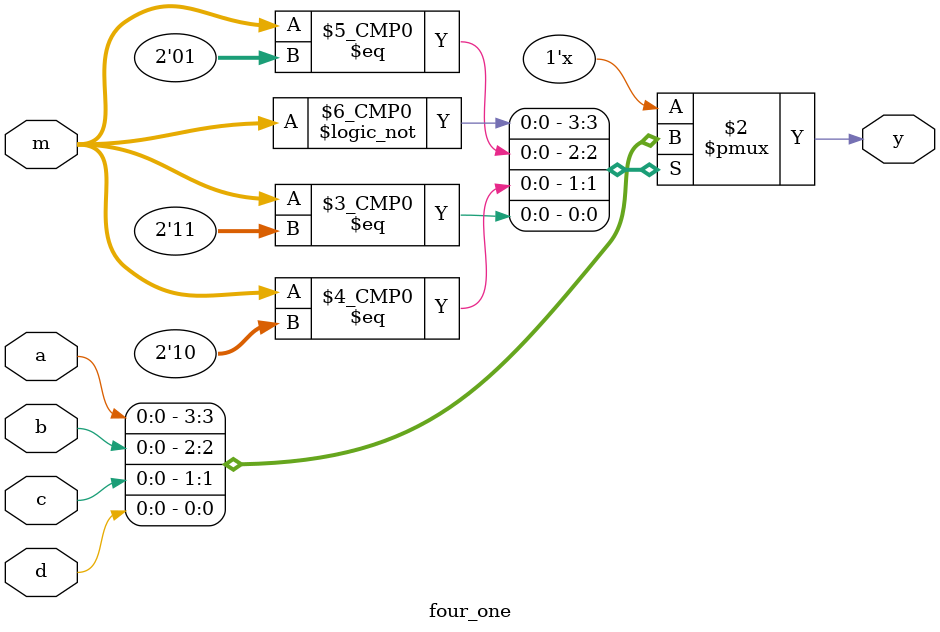
<source format=v>
`timescale 1ns / 1ps
module four_one(a, b, c, d, m, y
    );
	 input a, b, c, d;
	 input wire[1:0] m;
	 output reg y;
	 always @(*)
		begin
			case(m)
				2'b00: y = a;
				2'b01: y = b;
				2'b10: y = c;
				2'b11: y = d;
				endcase
				
		end


endmodule

</source>
